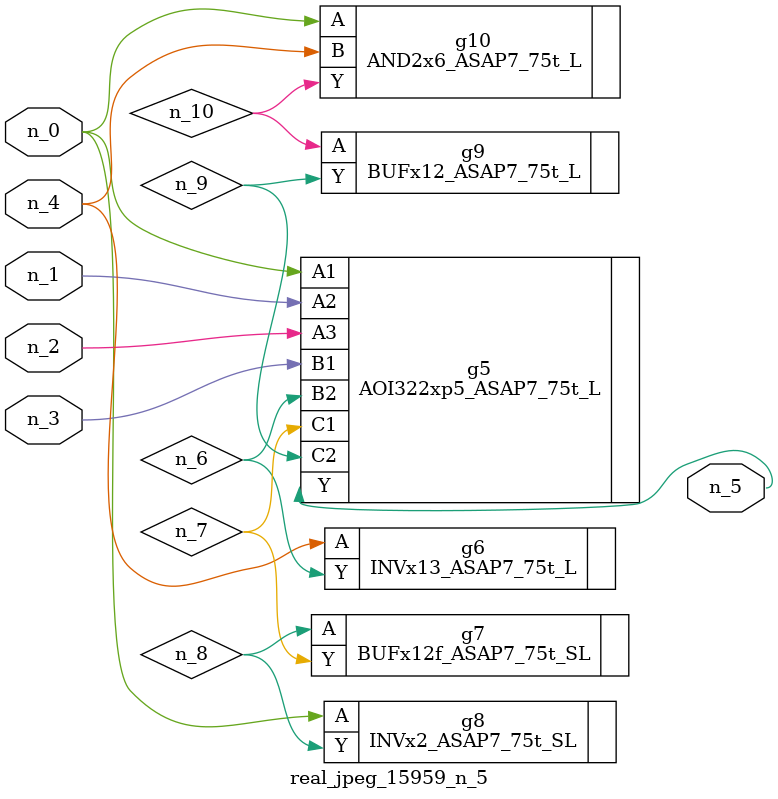
<source format=v>
module real_jpeg_15959_n_5 (n_4, n_0, n_1, n_2, n_3, n_5);

input n_4;
input n_0;
input n_1;
input n_2;
input n_3;

output n_5;

wire n_8;
wire n_6;
wire n_7;
wire n_10;
wire n_9;

AOI322xp5_ASAP7_75t_L g5 ( 
.A1(n_0),
.A2(n_1),
.A3(n_2),
.B1(n_3),
.B2(n_6),
.C1(n_7),
.C2(n_9),
.Y(n_5)
);

INVx2_ASAP7_75t_SL g8 ( 
.A(n_0),
.Y(n_8)
);

AND2x6_ASAP7_75t_L g10 ( 
.A(n_0),
.B(n_4),
.Y(n_10)
);

INVx13_ASAP7_75t_L g6 ( 
.A(n_4),
.Y(n_6)
);

BUFx12f_ASAP7_75t_SL g7 ( 
.A(n_8),
.Y(n_7)
);

BUFx12_ASAP7_75t_L g9 ( 
.A(n_10),
.Y(n_9)
);


endmodule
</source>
